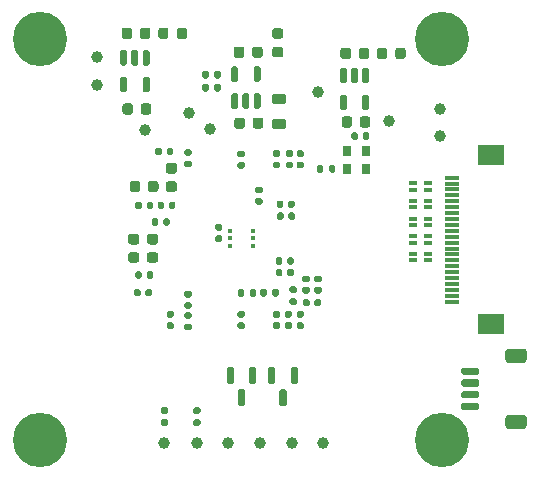
<source format=gbr>
%TF.GenerationSoftware,KiCad,Pcbnew,(6.0.9)*%
%TF.CreationDate,2023-03-19T17:38:48-07:00*%
%TF.ProjectId,OneInchEye,4f6e6549-6e63-4684-9579-652e6b696361,rev?*%
%TF.SameCoordinates,Original*%
%TF.FileFunction,Soldermask,Top*%
%TF.FilePolarity,Negative*%
%FSLAX46Y46*%
G04 Gerber Fmt 4.6, Leading zero omitted, Abs format (unit mm)*
G04 Created by KiCad (PCBNEW (6.0.9)) date 2023-03-19 17:38:48*
%MOMM*%
%LPD*%
G01*
G04 APERTURE LIST*
%ADD10R,0.700000X0.300000*%
%ADD11C,1.000000*%
%ADD12C,4.600000*%
%ADD13R,1.300000X0.300000*%
%ADD14R,2.200000X1.800000*%
%ADD15R,0.650000X0.850000*%
%ADD16R,0.449999X0.299999*%
G04 APERTURE END LIST*
G36*
G01*
X151730000Y-109402500D02*
X152070000Y-109402500D01*
G75*
G02*
X152210000Y-109542500I0J-140000D01*
G01*
X152210000Y-109822500D01*
G75*
G02*
X152070000Y-109962500I-140000J0D01*
G01*
X151730000Y-109962500D01*
G75*
G02*
X151590000Y-109822500I0J140000D01*
G01*
X151590000Y-109542500D01*
G75*
G02*
X151730000Y-109402500I140000J0D01*
G01*
G37*
G36*
G01*
X151730000Y-110362500D02*
X152070000Y-110362500D01*
G75*
G02*
X152210000Y-110502500I0J-140000D01*
G01*
X152210000Y-110782500D01*
G75*
G02*
X152070000Y-110922500I-140000J0D01*
G01*
X151730000Y-110922500D01*
G75*
G02*
X151590000Y-110782500I0J140000D01*
G01*
X151590000Y-110502500D01*
G75*
G02*
X151730000Y-110362500I140000J0D01*
G01*
G37*
D10*
X161475000Y-98575000D03*
X162725000Y-98575000D03*
X162725000Y-99125000D03*
X161475000Y-99125000D03*
G36*
G01*
X146325000Y-93750000D02*
X146325000Y-93250000D01*
G75*
G02*
X146550000Y-93025000I225000J0D01*
G01*
X147000000Y-93025000D01*
G75*
G02*
X147225000Y-93250000I0J-225000D01*
G01*
X147225000Y-93750000D01*
G75*
G02*
X147000000Y-93975000I-225000J0D01*
G01*
X146550000Y-93975000D01*
G75*
G02*
X146325000Y-93750000I0J225000D01*
G01*
G37*
G36*
G01*
X147875000Y-93750000D02*
X147875000Y-93250000D01*
G75*
G02*
X148100000Y-93025000I225000J0D01*
G01*
X148550000Y-93025000D01*
G75*
G02*
X148775000Y-93250000I0J-225000D01*
G01*
X148775000Y-93750000D01*
G75*
G02*
X148550000Y-93975000I-225000J0D01*
G01*
X148100000Y-93975000D01*
G75*
G02*
X147875000Y-93750000I0J225000D01*
G01*
G37*
G36*
G01*
X149730000Y-109402500D02*
X150070000Y-109402500D01*
G75*
G02*
X150210000Y-109542500I0J-140000D01*
G01*
X150210000Y-109822500D01*
G75*
G02*
X150070000Y-109962500I-140000J0D01*
G01*
X149730000Y-109962500D01*
G75*
G02*
X149590000Y-109822500I0J140000D01*
G01*
X149590000Y-109542500D01*
G75*
G02*
X149730000Y-109402500I140000J0D01*
G01*
G37*
G36*
G01*
X149730000Y-110362500D02*
X150070000Y-110362500D01*
G75*
G02*
X150210000Y-110502500I0J-140000D01*
G01*
X150210000Y-110782500D01*
G75*
G02*
X150070000Y-110922500I-140000J0D01*
G01*
X149730000Y-110922500D01*
G75*
G02*
X149590000Y-110782500I0J140000D01*
G01*
X149590000Y-110502500D01*
G75*
G02*
X149730000Y-110362500I140000J0D01*
G01*
G37*
G36*
G01*
X151360000Y-105992500D02*
X151360000Y-106332500D01*
G75*
G02*
X151220000Y-106472500I-140000J0D01*
G01*
X150940000Y-106472500D01*
G75*
G02*
X150800000Y-106332500I0J140000D01*
G01*
X150800000Y-105992500D01*
G75*
G02*
X150940000Y-105852500I140000J0D01*
G01*
X151220000Y-105852500D01*
G75*
G02*
X151360000Y-105992500I0J-140000D01*
G01*
G37*
G36*
G01*
X150400000Y-105992500D02*
X150400000Y-106332500D01*
G75*
G02*
X150260000Y-106472500I-140000J0D01*
G01*
X149980000Y-106472500D01*
G75*
G02*
X149840000Y-106332500I0J140000D01*
G01*
X149840000Y-105992500D01*
G75*
G02*
X149980000Y-105852500I140000J0D01*
G01*
X150260000Y-105852500D01*
G75*
G02*
X150400000Y-105992500I0J-140000D01*
G01*
G37*
G36*
G01*
X157760000Y-94430000D02*
X157760000Y-94770000D01*
G75*
G02*
X157620000Y-94910000I-140000J0D01*
G01*
X157340000Y-94910000D01*
G75*
G02*
X157200000Y-94770000I0J140000D01*
G01*
X157200000Y-94430000D01*
G75*
G02*
X157340000Y-94290000I140000J0D01*
G01*
X157620000Y-94290000D01*
G75*
G02*
X157760000Y-94430000I0J-140000D01*
G01*
G37*
G36*
G01*
X156800000Y-94430000D02*
X156800000Y-94770000D01*
G75*
G02*
X156660000Y-94910000I-140000J0D01*
G01*
X156380000Y-94910000D01*
G75*
G02*
X156240000Y-94770000I0J140000D01*
G01*
X156240000Y-94430000D01*
G75*
G02*
X156380000Y-94290000I140000J0D01*
G01*
X156660000Y-94290000D01*
G75*
G02*
X156800000Y-94430000I0J-140000D01*
G01*
G37*
D11*
X142500000Y-92600000D03*
G36*
G01*
X145180000Y-89215000D02*
X145180000Y-89585000D01*
G75*
G02*
X145045000Y-89720000I-135000J0D01*
G01*
X144775000Y-89720000D01*
G75*
G02*
X144640000Y-89585000I0J135000D01*
G01*
X144640000Y-89215000D01*
G75*
G02*
X144775000Y-89080000I135000J0D01*
G01*
X145045000Y-89080000D01*
G75*
G02*
X145180000Y-89215000I0J-135000D01*
G01*
G37*
G36*
G01*
X144160000Y-89215000D02*
X144160000Y-89585000D01*
G75*
G02*
X144025000Y-89720000I-135000J0D01*
G01*
X143755000Y-89720000D01*
G75*
G02*
X143620000Y-89585000I0J135000D01*
G01*
X143620000Y-89215000D01*
G75*
G02*
X143755000Y-89080000I135000J0D01*
G01*
X144025000Y-89080000D01*
G75*
G02*
X144160000Y-89215000I0J-135000D01*
G01*
G37*
G36*
G01*
X140730000Y-109402500D02*
X141070000Y-109402500D01*
G75*
G02*
X141210000Y-109542500I0J-140000D01*
G01*
X141210000Y-109822500D01*
G75*
G02*
X141070000Y-109962500I-140000J0D01*
G01*
X140730000Y-109962500D01*
G75*
G02*
X140590000Y-109822500I0J140000D01*
G01*
X140590000Y-109542500D01*
G75*
G02*
X140730000Y-109402500I140000J0D01*
G01*
G37*
G36*
G01*
X140730000Y-110362500D02*
X141070000Y-110362500D01*
G75*
G02*
X141210000Y-110502500I0J-140000D01*
G01*
X141210000Y-110782500D01*
G75*
G02*
X141070000Y-110922500I-140000J0D01*
G01*
X140730000Y-110922500D01*
G75*
G02*
X140590000Y-110782500I0J140000D01*
G01*
X140590000Y-110502500D01*
G75*
G02*
X140730000Y-110362500I140000J0D01*
G01*
G37*
D10*
X161475000Y-103075000D03*
X162725000Y-103075000D03*
X162725000Y-103625000D03*
X161475000Y-103625000D03*
X161475000Y-104575000D03*
X162725000Y-104575000D03*
X162725000Y-105125000D03*
X161475000Y-105125000D03*
D12*
X129900000Y-86362500D03*
G36*
G01*
X153570000Y-107922500D02*
X153230000Y-107922500D01*
G75*
G02*
X153090000Y-107782500I0J140000D01*
G01*
X153090000Y-107502500D01*
G75*
G02*
X153230000Y-107362500I140000J0D01*
G01*
X153570000Y-107362500D01*
G75*
G02*
X153710000Y-107502500I0J-140000D01*
G01*
X153710000Y-107782500D01*
G75*
G02*
X153570000Y-107922500I-140000J0D01*
G01*
G37*
G36*
G01*
X153570000Y-106962500D02*
X153230000Y-106962500D01*
G75*
G02*
X153090000Y-106822500I0J140000D01*
G01*
X153090000Y-106542500D01*
G75*
G02*
X153230000Y-106402500I140000J0D01*
G01*
X153570000Y-106402500D01*
G75*
G02*
X153710000Y-106542500I0J-140000D01*
G01*
X153710000Y-106822500D01*
G75*
G02*
X153570000Y-106962500I-140000J0D01*
G01*
G37*
G36*
G01*
X142230000Y-109502500D02*
X142570000Y-109502500D01*
G75*
G02*
X142710000Y-109642500I0J-140000D01*
G01*
X142710000Y-109922500D01*
G75*
G02*
X142570000Y-110062500I-140000J0D01*
G01*
X142230000Y-110062500D01*
G75*
G02*
X142090000Y-109922500I0J140000D01*
G01*
X142090000Y-109642500D01*
G75*
G02*
X142230000Y-109502500I140000J0D01*
G01*
G37*
G36*
G01*
X142230000Y-110462500D02*
X142570000Y-110462500D01*
G75*
G02*
X142710000Y-110602500I0J-140000D01*
G01*
X142710000Y-110882500D01*
G75*
G02*
X142570000Y-111022500I-140000J0D01*
G01*
X142230000Y-111022500D01*
G75*
G02*
X142090000Y-110882500I0J140000D01*
G01*
X142090000Y-110602500D01*
G75*
G02*
X142230000Y-110462500I140000J0D01*
G01*
G37*
G36*
G01*
X139300000Y-92050000D02*
X139300000Y-92550000D01*
G75*
G02*
X139075000Y-92775000I-225000J0D01*
G01*
X138625000Y-92775000D01*
G75*
G02*
X138400000Y-92550000I0J225000D01*
G01*
X138400000Y-92050000D01*
G75*
G02*
X138625000Y-91825000I225000J0D01*
G01*
X139075000Y-91825000D01*
G75*
G02*
X139300000Y-92050000I0J-225000D01*
G01*
G37*
G36*
G01*
X137750000Y-92050000D02*
X137750000Y-92550000D01*
G75*
G02*
X137525000Y-92775000I-225000J0D01*
G01*
X137075000Y-92775000D01*
G75*
G02*
X136850000Y-92550000I0J225000D01*
G01*
X136850000Y-92050000D01*
G75*
G02*
X137075000Y-91825000I225000J0D01*
G01*
X137525000Y-91825000D01*
G75*
G02*
X137750000Y-92050000I0J-225000D01*
G01*
G37*
G36*
G01*
X148725000Y-87250000D02*
X148725000Y-87750000D01*
G75*
G02*
X148500000Y-87975000I-225000J0D01*
G01*
X148050000Y-87975000D01*
G75*
G02*
X147825000Y-87750000I0J225000D01*
G01*
X147825000Y-87250000D01*
G75*
G02*
X148050000Y-87025000I225000J0D01*
G01*
X148500000Y-87025000D01*
G75*
G02*
X148725000Y-87250000I0J-225000D01*
G01*
G37*
G36*
G01*
X147175000Y-87250000D02*
X147175000Y-87750000D01*
G75*
G02*
X146950000Y-87975000I-225000J0D01*
G01*
X146500000Y-87975000D01*
G75*
G02*
X146275000Y-87750000I0J225000D01*
G01*
X146275000Y-87250000D01*
G75*
G02*
X146500000Y-87025000I225000J0D01*
G01*
X146950000Y-87025000D01*
G75*
G02*
X147175000Y-87250000I0J-225000D01*
G01*
G37*
X163900000Y-86362500D03*
G36*
G01*
X151243750Y-114125000D02*
X151543750Y-114125000D01*
G75*
G02*
X151693750Y-114275000I0J-150000D01*
G01*
X151693750Y-115450000D01*
G75*
G02*
X151543750Y-115600000I-150000J0D01*
G01*
X151243750Y-115600000D01*
G75*
G02*
X151093750Y-115450000I0J150000D01*
G01*
X151093750Y-114275000D01*
G75*
G02*
X151243750Y-114125000I150000J0D01*
G01*
G37*
G36*
G01*
X149343750Y-114125000D02*
X149643750Y-114125000D01*
G75*
G02*
X149793750Y-114275000I0J-150000D01*
G01*
X149793750Y-115450000D01*
G75*
G02*
X149643750Y-115600000I-150000J0D01*
G01*
X149343750Y-115600000D01*
G75*
G02*
X149193750Y-115450000I0J150000D01*
G01*
X149193750Y-114275000D01*
G75*
G02*
X149343750Y-114125000I150000J0D01*
G01*
G37*
G36*
G01*
X150293750Y-116000000D02*
X150593750Y-116000000D01*
G75*
G02*
X150743750Y-116150000I0J-150000D01*
G01*
X150743750Y-117325000D01*
G75*
G02*
X150593750Y-117475000I-150000J0D01*
G01*
X150293750Y-117475000D01*
G75*
G02*
X150143750Y-117325000I0J150000D01*
G01*
X150143750Y-116150000D01*
G75*
G02*
X150293750Y-116000000I150000J0D01*
G01*
G37*
G36*
G01*
X152570000Y-107922500D02*
X152230000Y-107922500D01*
G75*
G02*
X152090000Y-107782500I0J140000D01*
G01*
X152090000Y-107502500D01*
G75*
G02*
X152230000Y-107362500I140000J0D01*
G01*
X152570000Y-107362500D01*
G75*
G02*
X152710000Y-107502500I0J-140000D01*
G01*
X152710000Y-107782500D01*
G75*
G02*
X152570000Y-107922500I-140000J0D01*
G01*
G37*
G36*
G01*
X152570000Y-106962500D02*
X152230000Y-106962500D01*
G75*
G02*
X152090000Y-106822500I0J140000D01*
G01*
X152090000Y-106542500D01*
G75*
G02*
X152230000Y-106402500I140000J0D01*
G01*
X152570000Y-106402500D01*
G75*
G02*
X152710000Y-106542500I0J-140000D01*
G01*
X152710000Y-106822500D01*
G75*
G02*
X152570000Y-106962500I-140000J0D01*
G01*
G37*
G36*
G01*
X139460000Y-100292500D02*
X139460000Y-100632500D01*
G75*
G02*
X139320000Y-100772500I-140000J0D01*
G01*
X139040000Y-100772500D01*
G75*
G02*
X138900000Y-100632500I0J140000D01*
G01*
X138900000Y-100292500D01*
G75*
G02*
X139040000Y-100152500I140000J0D01*
G01*
X139320000Y-100152500D01*
G75*
G02*
X139460000Y-100292500I0J-140000D01*
G01*
G37*
G36*
G01*
X138500000Y-100292500D02*
X138500000Y-100632500D01*
G75*
G02*
X138360000Y-100772500I-140000J0D01*
G01*
X138080000Y-100772500D01*
G75*
G02*
X137940000Y-100632500I0J140000D01*
G01*
X137940000Y-100292500D01*
G75*
G02*
X138080000Y-100152500I140000J0D01*
G01*
X138360000Y-100152500D01*
G75*
G02*
X138500000Y-100292500I0J-140000D01*
G01*
G37*
D11*
X148466666Y-120600000D03*
X143133334Y-120600000D03*
G36*
G01*
X157300000Y-88800000D02*
X157600000Y-88800000D01*
G75*
G02*
X157750000Y-88950000I0J-150000D01*
G01*
X157750000Y-89975000D01*
G75*
G02*
X157600000Y-90125000I-150000J0D01*
G01*
X157300000Y-90125000D01*
G75*
G02*
X157150000Y-89975000I0J150000D01*
G01*
X157150000Y-88950000D01*
G75*
G02*
X157300000Y-88800000I150000J0D01*
G01*
G37*
G36*
G01*
X156350000Y-88800000D02*
X156650000Y-88800000D01*
G75*
G02*
X156800000Y-88950000I0J-150000D01*
G01*
X156800000Y-89975000D01*
G75*
G02*
X156650000Y-90125000I-150000J0D01*
G01*
X156350000Y-90125000D01*
G75*
G02*
X156200000Y-89975000I0J150000D01*
G01*
X156200000Y-88950000D01*
G75*
G02*
X156350000Y-88800000I150000J0D01*
G01*
G37*
G36*
G01*
X155400000Y-88800000D02*
X155700000Y-88800000D01*
G75*
G02*
X155850000Y-88950000I0J-150000D01*
G01*
X155850000Y-89975000D01*
G75*
G02*
X155700000Y-90125000I-150000J0D01*
G01*
X155400000Y-90125000D01*
G75*
G02*
X155250000Y-89975000I0J150000D01*
G01*
X155250000Y-88950000D01*
G75*
G02*
X155400000Y-88800000I150000J0D01*
G01*
G37*
G36*
G01*
X155400000Y-91075000D02*
X155700000Y-91075000D01*
G75*
G02*
X155850000Y-91225000I0J-150000D01*
G01*
X155850000Y-92250000D01*
G75*
G02*
X155700000Y-92400000I-150000J0D01*
G01*
X155400000Y-92400000D01*
G75*
G02*
X155250000Y-92250000I0J150000D01*
G01*
X155250000Y-91225000D01*
G75*
G02*
X155400000Y-91075000I150000J0D01*
G01*
G37*
G36*
G01*
X157300000Y-91075000D02*
X157600000Y-91075000D01*
G75*
G02*
X157750000Y-91225000I0J-150000D01*
G01*
X157750000Y-92250000D01*
G75*
G02*
X157600000Y-92400000I-150000J0D01*
G01*
X157300000Y-92400000D01*
G75*
G02*
X157150000Y-92250000I0J150000D01*
G01*
X157150000Y-91225000D01*
G75*
G02*
X157300000Y-91075000I150000J0D01*
G01*
G37*
D13*
X164787500Y-108612500D03*
X164787500Y-108112500D03*
X164787500Y-107612500D03*
X164787500Y-107112500D03*
X164787500Y-106612500D03*
X164787500Y-106112500D03*
X164787500Y-105612500D03*
X164787500Y-105112500D03*
X164787500Y-104612500D03*
X164787500Y-104112500D03*
X164787500Y-103612500D03*
X164787500Y-103112500D03*
X164787500Y-102612500D03*
X164787500Y-102112500D03*
X164787500Y-101612500D03*
X164787500Y-101112500D03*
X164787500Y-100612500D03*
X164787500Y-100112500D03*
X164787500Y-99612500D03*
X164787500Y-99112500D03*
X164787500Y-98612500D03*
X164787500Y-98112500D03*
D14*
X168037500Y-110512500D03*
X168037500Y-96212500D03*
G36*
G01*
X138700000Y-87300000D02*
X139000000Y-87300000D01*
G75*
G02*
X139150000Y-87450000I0J-150000D01*
G01*
X139150000Y-88475000D01*
G75*
G02*
X139000000Y-88625000I-150000J0D01*
G01*
X138700000Y-88625000D01*
G75*
G02*
X138550000Y-88475000I0J150000D01*
G01*
X138550000Y-87450000D01*
G75*
G02*
X138700000Y-87300000I150000J0D01*
G01*
G37*
G36*
G01*
X137750000Y-87300000D02*
X138050000Y-87300000D01*
G75*
G02*
X138200000Y-87450000I0J-150000D01*
G01*
X138200000Y-88475000D01*
G75*
G02*
X138050000Y-88625000I-150000J0D01*
G01*
X137750000Y-88625000D01*
G75*
G02*
X137600000Y-88475000I0J150000D01*
G01*
X137600000Y-87450000D01*
G75*
G02*
X137750000Y-87300000I150000J0D01*
G01*
G37*
G36*
G01*
X136800000Y-87300000D02*
X137100000Y-87300000D01*
G75*
G02*
X137250000Y-87450000I0J-150000D01*
G01*
X137250000Y-88475000D01*
G75*
G02*
X137100000Y-88625000I-150000J0D01*
G01*
X136800000Y-88625000D01*
G75*
G02*
X136650000Y-88475000I0J150000D01*
G01*
X136650000Y-87450000D01*
G75*
G02*
X136800000Y-87300000I150000J0D01*
G01*
G37*
G36*
G01*
X136800000Y-89575000D02*
X137100000Y-89575000D01*
G75*
G02*
X137250000Y-89725000I0J-150000D01*
G01*
X137250000Y-90750000D01*
G75*
G02*
X137100000Y-90900000I-150000J0D01*
G01*
X136800000Y-90900000D01*
G75*
G02*
X136650000Y-90750000I0J150000D01*
G01*
X136650000Y-89725000D01*
G75*
G02*
X136800000Y-89575000I150000J0D01*
G01*
G37*
G36*
G01*
X138700000Y-89575000D02*
X139000000Y-89575000D01*
G75*
G02*
X139150000Y-89725000I0J-150000D01*
G01*
X139150000Y-90750000D01*
G75*
G02*
X139000000Y-90900000I-150000J0D01*
G01*
X138700000Y-90900000D01*
G75*
G02*
X138550000Y-90750000I0J150000D01*
G01*
X138550000Y-89725000D01*
G75*
G02*
X138700000Y-89575000I150000J0D01*
G01*
G37*
G36*
G01*
X166925000Y-117800000D02*
X165675000Y-117800000D01*
G75*
G02*
X165525000Y-117650000I0J150000D01*
G01*
X165525000Y-117350000D01*
G75*
G02*
X165675000Y-117200000I150000J0D01*
G01*
X166925000Y-117200000D01*
G75*
G02*
X167075000Y-117350000I0J-150000D01*
G01*
X167075000Y-117650000D01*
G75*
G02*
X166925000Y-117800000I-150000J0D01*
G01*
G37*
G36*
G01*
X166925000Y-116800000D02*
X165675000Y-116800000D01*
G75*
G02*
X165525000Y-116650000I0J150000D01*
G01*
X165525000Y-116350000D01*
G75*
G02*
X165675000Y-116200000I150000J0D01*
G01*
X166925000Y-116200000D01*
G75*
G02*
X167075000Y-116350000I0J-150000D01*
G01*
X167075000Y-116650000D01*
G75*
G02*
X166925000Y-116800000I-150000J0D01*
G01*
G37*
G36*
G01*
X166925000Y-115800000D02*
X165675000Y-115800000D01*
G75*
G02*
X165525000Y-115650000I0J150000D01*
G01*
X165525000Y-115350000D01*
G75*
G02*
X165675000Y-115200000I150000J0D01*
G01*
X166925000Y-115200000D01*
G75*
G02*
X167075000Y-115350000I0J-150000D01*
G01*
X167075000Y-115650000D01*
G75*
G02*
X166925000Y-115800000I-150000J0D01*
G01*
G37*
G36*
G01*
X166925000Y-114800000D02*
X165675000Y-114800000D01*
G75*
G02*
X165525000Y-114650000I0J150000D01*
G01*
X165525000Y-114350000D01*
G75*
G02*
X165675000Y-114200000I150000J0D01*
G01*
X166925000Y-114200000D01*
G75*
G02*
X167075000Y-114350000I0J-150000D01*
G01*
X167075000Y-114650000D01*
G75*
G02*
X166925000Y-114800000I-150000J0D01*
G01*
G37*
G36*
G01*
X170825000Y-113800000D02*
X169525000Y-113800000D01*
G75*
G02*
X169275000Y-113550000I0J250000D01*
G01*
X169275000Y-112850000D01*
G75*
G02*
X169525000Y-112600000I250000J0D01*
G01*
X170825000Y-112600000D01*
G75*
G02*
X171075000Y-112850000I0J-250000D01*
G01*
X171075000Y-113550000D01*
G75*
G02*
X170825000Y-113800000I-250000J0D01*
G01*
G37*
G36*
G01*
X170825000Y-119400000D02*
X169525000Y-119400000D01*
G75*
G02*
X169275000Y-119150000I0J250000D01*
G01*
X169275000Y-118450000D01*
G75*
G02*
X169525000Y-118200000I250000J0D01*
G01*
X170825000Y-118200000D01*
G75*
G02*
X171075000Y-118450000I0J-250000D01*
G01*
X171075000Y-119150000D01*
G75*
G02*
X170825000Y-119400000I-250000J0D01*
G01*
G37*
G36*
G01*
X151485000Y-108880000D02*
X151115000Y-108880000D01*
G75*
G02*
X150980000Y-108745000I0J135000D01*
G01*
X150980000Y-108475000D01*
G75*
G02*
X151115000Y-108340000I135000J0D01*
G01*
X151485000Y-108340000D01*
G75*
G02*
X151620000Y-108475000I0J-135000D01*
G01*
X151620000Y-108745000D01*
G75*
G02*
X151485000Y-108880000I-135000J0D01*
G01*
G37*
G36*
G01*
X151485000Y-107860000D02*
X151115000Y-107860000D01*
G75*
G02*
X150980000Y-107725000I0J135000D01*
G01*
X150980000Y-107455000D01*
G75*
G02*
X151115000Y-107320000I135000J0D01*
G01*
X151485000Y-107320000D01*
G75*
G02*
X151620000Y-107455000I0J-135000D01*
G01*
X151620000Y-107725000D01*
G75*
G02*
X151485000Y-107860000I-135000J0D01*
G01*
G37*
D11*
X151200002Y-120600000D03*
G36*
G01*
X142325000Y-85643750D02*
X142325000Y-86156250D01*
G75*
G02*
X142106250Y-86375000I-218750J0D01*
G01*
X141668750Y-86375000D01*
G75*
G02*
X141450000Y-86156250I0J218750D01*
G01*
X141450000Y-85643750D01*
G75*
G02*
X141668750Y-85425000I218750J0D01*
G01*
X142106250Y-85425000D01*
G75*
G02*
X142325000Y-85643750I0J-218750D01*
G01*
G37*
G36*
G01*
X140750000Y-85643750D02*
X140750000Y-86156250D01*
G75*
G02*
X140531250Y-86375000I-218750J0D01*
G01*
X140093750Y-86375000D01*
G75*
G02*
X139875000Y-86156250I0J218750D01*
G01*
X139875000Y-85643750D01*
G75*
G02*
X140093750Y-85425000I218750J0D01*
G01*
X140531250Y-85425000D01*
G75*
G02*
X140750000Y-85643750I0J-218750D01*
G01*
G37*
G36*
G01*
X151170000Y-97322500D02*
X150830000Y-97322500D01*
G75*
G02*
X150690000Y-97182500I0J140000D01*
G01*
X150690000Y-96902500D01*
G75*
G02*
X150830000Y-96762500I140000J0D01*
G01*
X151170000Y-96762500D01*
G75*
G02*
X151310000Y-96902500I0J-140000D01*
G01*
X151310000Y-97182500D01*
G75*
G02*
X151170000Y-97322500I-140000J0D01*
G01*
G37*
G36*
G01*
X151170000Y-96362500D02*
X150830000Y-96362500D01*
G75*
G02*
X150690000Y-96222500I0J140000D01*
G01*
X150690000Y-95942500D01*
G75*
G02*
X150830000Y-95802500I140000J0D01*
G01*
X151170000Y-95802500D01*
G75*
G02*
X151310000Y-95942500I0J-140000D01*
G01*
X151310000Y-96222500D01*
G75*
G02*
X151170000Y-96362500I-140000J0D01*
G01*
G37*
G36*
G01*
X142570000Y-97222500D02*
X142230000Y-97222500D01*
G75*
G02*
X142090000Y-97082500I0J140000D01*
G01*
X142090000Y-96802500D01*
G75*
G02*
X142230000Y-96662500I140000J0D01*
G01*
X142570000Y-96662500D01*
G75*
G02*
X142710000Y-96802500I0J-140000D01*
G01*
X142710000Y-97082500D01*
G75*
G02*
X142570000Y-97222500I-140000J0D01*
G01*
G37*
G36*
G01*
X142570000Y-96262500D02*
X142230000Y-96262500D01*
G75*
G02*
X142090000Y-96122500I0J140000D01*
G01*
X142090000Y-95842500D01*
G75*
G02*
X142230000Y-95702500I140000J0D01*
G01*
X142570000Y-95702500D01*
G75*
G02*
X142710000Y-95842500I0J-140000D01*
G01*
X142710000Y-96122500D01*
G75*
G02*
X142570000Y-96262500I-140000J0D01*
G01*
G37*
G36*
G01*
X150256250Y-87925000D02*
X149743750Y-87925000D01*
G75*
G02*
X149525000Y-87706250I0J218750D01*
G01*
X149525000Y-87268750D01*
G75*
G02*
X149743750Y-87050000I218750J0D01*
G01*
X150256250Y-87050000D01*
G75*
G02*
X150475000Y-87268750I0J-218750D01*
G01*
X150475000Y-87706250D01*
G75*
G02*
X150256250Y-87925000I-218750J0D01*
G01*
G37*
G36*
G01*
X150256250Y-86350000D02*
X149743750Y-86350000D01*
G75*
G02*
X149525000Y-86131250I0J218750D01*
G01*
X149525000Y-85693750D01*
G75*
G02*
X149743750Y-85475000I218750J0D01*
G01*
X150256250Y-85475000D01*
G75*
G02*
X150475000Y-85693750I0J-218750D01*
G01*
X150475000Y-86131250D01*
G75*
G02*
X150256250Y-86350000I-218750J0D01*
G01*
G37*
G36*
G01*
X143620000Y-90685000D02*
X143620000Y-90315000D01*
G75*
G02*
X143755000Y-90180000I135000J0D01*
G01*
X144025000Y-90180000D01*
G75*
G02*
X144160000Y-90315000I0J-135000D01*
G01*
X144160000Y-90685000D01*
G75*
G02*
X144025000Y-90820000I-135000J0D01*
G01*
X143755000Y-90820000D01*
G75*
G02*
X143620000Y-90685000I0J135000D01*
G01*
G37*
G36*
G01*
X144640000Y-90685000D02*
X144640000Y-90315000D01*
G75*
G02*
X144775000Y-90180000I135000J0D01*
G01*
X145045000Y-90180000D01*
G75*
G02*
X145180000Y-90315000I0J-135000D01*
G01*
X145180000Y-90685000D01*
G75*
G02*
X145045000Y-90820000I-135000J0D01*
G01*
X144775000Y-90820000D01*
G75*
G02*
X144640000Y-90685000I0J135000D01*
G01*
G37*
X140400002Y-120600000D03*
G36*
G01*
X153320000Y-97547500D02*
X153320000Y-97177500D01*
G75*
G02*
X153455000Y-97042500I135000J0D01*
G01*
X153725000Y-97042500D01*
G75*
G02*
X153860000Y-97177500I0J-135000D01*
G01*
X153860000Y-97547500D01*
G75*
G02*
X153725000Y-97682500I-135000J0D01*
G01*
X153455000Y-97682500D01*
G75*
G02*
X153320000Y-97547500I0J135000D01*
G01*
G37*
G36*
G01*
X154340000Y-97547500D02*
X154340000Y-97177500D01*
G75*
G02*
X154475000Y-97042500I135000J0D01*
G01*
X154745000Y-97042500D01*
G75*
G02*
X154880000Y-97177500I0J-135000D01*
G01*
X154880000Y-97547500D01*
G75*
G02*
X154745000Y-97682500I-135000J0D01*
G01*
X154475000Y-97682500D01*
G75*
G02*
X154340000Y-97547500I0J135000D01*
G01*
G37*
X163700000Y-94600000D03*
G36*
G01*
X149718750Y-91000000D02*
X150481250Y-91000000D01*
G75*
G02*
X150700000Y-91218750I0J-218750D01*
G01*
X150700000Y-91656250D01*
G75*
G02*
X150481250Y-91875000I-218750J0D01*
G01*
X149718750Y-91875000D01*
G75*
G02*
X149500000Y-91656250I0J218750D01*
G01*
X149500000Y-91218750D01*
G75*
G02*
X149718750Y-91000000I218750J0D01*
G01*
G37*
G36*
G01*
X149718750Y-93125000D02*
X150481250Y-93125000D01*
G75*
G02*
X150700000Y-93343750I0J-218750D01*
G01*
X150700000Y-93781250D01*
G75*
G02*
X150481250Y-94000000I-218750J0D01*
G01*
X149718750Y-94000000D01*
G75*
G02*
X149500000Y-93781250I0J218750D01*
G01*
X149500000Y-93343750D01*
G75*
G02*
X149718750Y-93125000I218750J0D01*
G01*
G37*
G36*
G01*
X136775000Y-86150000D02*
X136775000Y-85650000D01*
G75*
G02*
X137000000Y-85425000I225000J0D01*
G01*
X137450000Y-85425000D01*
G75*
G02*
X137675000Y-85650000I0J-225000D01*
G01*
X137675000Y-86150000D01*
G75*
G02*
X137450000Y-86375000I-225000J0D01*
G01*
X137000000Y-86375000D01*
G75*
G02*
X136775000Y-86150000I0J225000D01*
G01*
G37*
G36*
G01*
X138325000Y-86150000D02*
X138325000Y-85650000D01*
G75*
G02*
X138550000Y-85425000I225000J0D01*
G01*
X139000000Y-85425000D01*
G75*
G02*
X139225000Y-85650000I0J-225000D01*
G01*
X139225000Y-86150000D01*
G75*
G02*
X139000000Y-86375000I-225000J0D01*
G01*
X138550000Y-86375000D01*
G75*
G02*
X138325000Y-86150000I0J225000D01*
G01*
G37*
G36*
G01*
X147070000Y-97342500D02*
X146730000Y-97342500D01*
G75*
G02*
X146590000Y-97202500I0J140000D01*
G01*
X146590000Y-96922500D01*
G75*
G02*
X146730000Y-96782500I140000J0D01*
G01*
X147070000Y-96782500D01*
G75*
G02*
X147210000Y-96922500I0J-140000D01*
G01*
X147210000Y-97202500D01*
G75*
G02*
X147070000Y-97342500I-140000J0D01*
G01*
G37*
G36*
G01*
X147070000Y-96382500D02*
X146730000Y-96382500D01*
G75*
G02*
X146590000Y-96242500I0J140000D01*
G01*
X146590000Y-95962500D01*
G75*
G02*
X146730000Y-95822500I140000J0D01*
G01*
X147070000Y-95822500D01*
G75*
G02*
X147210000Y-95962500I0J-140000D01*
G01*
X147210000Y-96242500D01*
G75*
G02*
X147070000Y-96382500I-140000J0D01*
G01*
G37*
X163700000Y-92300000D03*
G36*
G01*
X139360000Y-107692500D02*
X139360000Y-108032500D01*
G75*
G02*
X139220000Y-108172500I-140000J0D01*
G01*
X138940000Y-108172500D01*
G75*
G02*
X138800000Y-108032500I0J140000D01*
G01*
X138800000Y-107692500D01*
G75*
G02*
X138940000Y-107552500I140000J0D01*
G01*
X139220000Y-107552500D01*
G75*
G02*
X139360000Y-107692500I0J-140000D01*
G01*
G37*
G36*
G01*
X138400000Y-107692500D02*
X138400000Y-108032500D01*
G75*
G02*
X138260000Y-108172500I-140000J0D01*
G01*
X137980000Y-108172500D01*
G75*
G02*
X137840000Y-108032500I0J140000D01*
G01*
X137840000Y-107692500D01*
G75*
G02*
X137980000Y-107552500I140000J0D01*
G01*
X138260000Y-107552500D01*
G75*
G02*
X138400000Y-107692500I0J-140000D01*
G01*
G37*
G36*
G01*
X139640000Y-96070000D02*
X139640000Y-95730000D01*
G75*
G02*
X139780000Y-95590000I140000J0D01*
G01*
X140060000Y-95590000D01*
G75*
G02*
X140200000Y-95730000I0J-140000D01*
G01*
X140200000Y-96070000D01*
G75*
G02*
X140060000Y-96210000I-140000J0D01*
G01*
X139780000Y-96210000D01*
G75*
G02*
X139640000Y-96070000I0J140000D01*
G01*
G37*
G36*
G01*
X140600000Y-96070000D02*
X140600000Y-95730000D01*
G75*
G02*
X140740000Y-95590000I140000J0D01*
G01*
X141020000Y-95590000D01*
G75*
G02*
X141160000Y-95730000I0J-140000D01*
G01*
X141160000Y-96070000D01*
G75*
G02*
X141020000Y-96210000I-140000J0D01*
G01*
X140740000Y-96210000D01*
G75*
G02*
X140600000Y-96070000I0J140000D01*
G01*
G37*
G36*
G01*
X142965000Y-117570000D02*
X143335000Y-117570000D01*
G75*
G02*
X143470000Y-117705000I0J-135000D01*
G01*
X143470000Y-117975000D01*
G75*
G02*
X143335000Y-118110000I-135000J0D01*
G01*
X142965000Y-118110000D01*
G75*
G02*
X142830000Y-117975000I0J135000D01*
G01*
X142830000Y-117705000D01*
G75*
G02*
X142965000Y-117570000I135000J0D01*
G01*
G37*
G36*
G01*
X142965000Y-118590000D02*
X143335000Y-118590000D01*
G75*
G02*
X143470000Y-118725000I0J-135000D01*
G01*
X143470000Y-118995000D01*
G75*
G02*
X143335000Y-119130000I-135000J0D01*
G01*
X142965000Y-119130000D01*
G75*
G02*
X142830000Y-118995000I0J135000D01*
G01*
X142830000Y-118725000D01*
G75*
G02*
X142965000Y-118590000I135000J0D01*
G01*
G37*
X138800000Y-94100000D03*
D10*
X161475000Y-100075000D03*
X162725000Y-100075000D03*
X162725000Y-100625000D03*
X161475000Y-100625000D03*
G36*
G01*
X138050000Y-105325000D02*
X137550000Y-105325000D01*
G75*
G02*
X137325000Y-105100000I0J225000D01*
G01*
X137325000Y-104650000D01*
G75*
G02*
X137550000Y-104425000I225000J0D01*
G01*
X138050000Y-104425000D01*
G75*
G02*
X138275000Y-104650000I0J-225000D01*
G01*
X138275000Y-105100000D01*
G75*
G02*
X138050000Y-105325000I-225000J0D01*
G01*
G37*
G36*
G01*
X138050000Y-103775000D02*
X137550000Y-103775000D01*
G75*
G02*
X137325000Y-103550000I0J225000D01*
G01*
X137325000Y-103100000D01*
G75*
G02*
X137550000Y-102875000I225000J0D01*
G01*
X138050000Y-102875000D01*
G75*
G02*
X138275000Y-103100000I0J-225000D01*
G01*
X138275000Y-103550000D01*
G75*
G02*
X138050000Y-103775000I-225000J0D01*
G01*
G37*
G36*
G01*
X139150000Y-102875000D02*
X139650000Y-102875000D01*
G75*
G02*
X139875000Y-103100000I0J-225000D01*
G01*
X139875000Y-103550000D01*
G75*
G02*
X139650000Y-103775000I-225000J0D01*
G01*
X139150000Y-103775000D01*
G75*
G02*
X138925000Y-103550000I0J225000D01*
G01*
X138925000Y-103100000D01*
G75*
G02*
X139150000Y-102875000I225000J0D01*
G01*
G37*
G36*
G01*
X139150000Y-104425000D02*
X139650000Y-104425000D01*
G75*
G02*
X139875000Y-104650000I0J-225000D01*
G01*
X139875000Y-105100000D01*
G75*
G02*
X139650000Y-105325000I-225000J0D01*
G01*
X139150000Y-105325000D01*
G75*
G02*
X138925000Y-105100000I0J225000D01*
G01*
X138925000Y-104650000D01*
G75*
G02*
X139150000Y-104425000I225000J0D01*
G01*
G37*
G36*
G01*
X151360000Y-104992500D02*
X151360000Y-105332500D01*
G75*
G02*
X151220000Y-105472500I-140000J0D01*
G01*
X150940000Y-105472500D01*
G75*
G02*
X150800000Y-105332500I0J140000D01*
G01*
X150800000Y-104992500D01*
G75*
G02*
X150940000Y-104852500I140000J0D01*
G01*
X151220000Y-104852500D01*
G75*
G02*
X151360000Y-104992500I0J-140000D01*
G01*
G37*
G36*
G01*
X150400000Y-104992500D02*
X150400000Y-105332500D01*
G75*
G02*
X150260000Y-105472500I-140000J0D01*
G01*
X149980000Y-105472500D01*
G75*
G02*
X149840000Y-105332500I0J140000D01*
G01*
X149840000Y-104992500D01*
G75*
G02*
X149980000Y-104852500I140000J0D01*
G01*
X150260000Y-104852500D01*
G75*
G02*
X150400000Y-104992500I0J-140000D01*
G01*
G37*
G36*
G01*
X146730000Y-109402500D02*
X147070000Y-109402500D01*
G75*
G02*
X147210000Y-109542500I0J-140000D01*
G01*
X147210000Y-109822500D01*
G75*
G02*
X147070000Y-109962500I-140000J0D01*
G01*
X146730000Y-109962500D01*
G75*
G02*
X146590000Y-109822500I0J140000D01*
G01*
X146590000Y-109542500D01*
G75*
G02*
X146730000Y-109402500I140000J0D01*
G01*
G37*
G36*
G01*
X146730000Y-110362500D02*
X147070000Y-110362500D01*
G75*
G02*
X147210000Y-110502500I0J-140000D01*
G01*
X147210000Y-110782500D01*
G75*
G02*
X147070000Y-110922500I-140000J0D01*
G01*
X146730000Y-110922500D01*
G75*
G02*
X146590000Y-110782500I0J140000D01*
G01*
X146590000Y-110502500D01*
G75*
G02*
X146730000Y-110362500I140000J0D01*
G01*
G37*
G36*
G01*
X144830000Y-102040000D02*
X145170000Y-102040000D01*
G75*
G02*
X145310000Y-102180000I0J-140000D01*
G01*
X145310000Y-102460000D01*
G75*
G02*
X145170000Y-102600000I-140000J0D01*
G01*
X144830000Y-102600000D01*
G75*
G02*
X144690000Y-102460000I0J140000D01*
G01*
X144690000Y-102180000D01*
G75*
G02*
X144830000Y-102040000I140000J0D01*
G01*
G37*
G36*
G01*
X144830000Y-103000000D02*
X145170000Y-103000000D01*
G75*
G02*
X145310000Y-103140000I0J-140000D01*
G01*
X145310000Y-103420000D01*
G75*
G02*
X145170000Y-103560000I-140000J0D01*
G01*
X144830000Y-103560000D01*
G75*
G02*
X144690000Y-103420000I0J140000D01*
G01*
X144690000Y-103140000D01*
G75*
G02*
X144830000Y-103000000I140000J0D01*
G01*
G37*
D12*
X163900000Y-120362500D03*
D11*
X145800000Y-120600000D03*
G36*
G01*
X160825000Y-87343750D02*
X160825000Y-87856250D01*
G75*
G02*
X160606250Y-88075000I-218750J0D01*
G01*
X160168750Y-88075000D01*
G75*
G02*
X159950000Y-87856250I0J218750D01*
G01*
X159950000Y-87343750D01*
G75*
G02*
X160168750Y-87125000I218750J0D01*
G01*
X160606250Y-87125000D01*
G75*
G02*
X160825000Y-87343750I0J-218750D01*
G01*
G37*
G36*
G01*
X159250000Y-87343750D02*
X159250000Y-87856250D01*
G75*
G02*
X159031250Y-88075000I-218750J0D01*
G01*
X158593750Y-88075000D01*
G75*
G02*
X158375000Y-87856250I0J218750D01*
G01*
X158375000Y-87343750D01*
G75*
G02*
X158593750Y-87125000I218750J0D01*
G01*
X159031250Y-87125000D01*
G75*
G02*
X159250000Y-87343750I0J-218750D01*
G01*
G37*
G36*
G01*
X153660000Y-108530000D02*
X153660000Y-108870000D01*
G75*
G02*
X153520000Y-109010000I-140000J0D01*
G01*
X153240000Y-109010000D01*
G75*
G02*
X153100000Y-108870000I0J140000D01*
G01*
X153100000Y-108530000D01*
G75*
G02*
X153240000Y-108390000I140000J0D01*
G01*
X153520000Y-108390000D01*
G75*
G02*
X153660000Y-108530000I0J-140000D01*
G01*
G37*
G36*
G01*
X152700000Y-108530000D02*
X152700000Y-108870000D01*
G75*
G02*
X152560000Y-109010000I-140000J0D01*
G01*
X152280000Y-109010000D01*
G75*
G02*
X152140000Y-108870000I0J140000D01*
G01*
X152140000Y-108530000D01*
G75*
G02*
X152280000Y-108390000I140000J0D01*
G01*
X152560000Y-108390000D01*
G75*
G02*
X152700000Y-108530000I0J-140000D01*
G01*
G37*
G36*
G01*
X151460000Y-101192500D02*
X151460000Y-101532500D01*
G75*
G02*
X151320000Y-101672500I-140000J0D01*
G01*
X151040000Y-101672500D01*
G75*
G02*
X150900000Y-101532500I0J140000D01*
G01*
X150900000Y-101192500D01*
G75*
G02*
X151040000Y-101052500I140000J0D01*
G01*
X151320000Y-101052500D01*
G75*
G02*
X151460000Y-101192500I0J-140000D01*
G01*
G37*
G36*
G01*
X150500000Y-101192500D02*
X150500000Y-101532500D01*
G75*
G02*
X150360000Y-101672500I-140000J0D01*
G01*
X150080000Y-101672500D01*
G75*
G02*
X149940000Y-101532500I0J140000D01*
G01*
X149940000Y-101192500D01*
G75*
G02*
X150080000Y-101052500I140000J0D01*
G01*
X150360000Y-101052500D01*
G75*
G02*
X150500000Y-101192500I0J-140000D01*
G01*
G37*
G36*
G01*
X148230000Y-98882500D02*
X148570000Y-98882500D01*
G75*
G02*
X148710000Y-99022500I0J-140000D01*
G01*
X148710000Y-99302500D01*
G75*
G02*
X148570000Y-99442500I-140000J0D01*
G01*
X148230000Y-99442500D01*
G75*
G02*
X148090000Y-99302500I0J140000D01*
G01*
X148090000Y-99022500D01*
G75*
G02*
X148230000Y-98882500I140000J0D01*
G01*
G37*
G36*
G01*
X148230000Y-99842500D02*
X148570000Y-99842500D01*
G75*
G02*
X148710000Y-99982500I0J-140000D01*
G01*
X148710000Y-100262500D01*
G75*
G02*
X148570000Y-100402500I-140000J0D01*
G01*
X148230000Y-100402500D01*
G75*
G02*
X148090000Y-100262500I0J140000D01*
G01*
X148090000Y-99982500D01*
G75*
G02*
X148230000Y-99842500I140000J0D01*
G01*
G37*
X134700000Y-87900000D03*
D15*
X157475000Y-95825000D03*
X155825000Y-95825000D03*
X155825000Y-97375000D03*
X157475000Y-97375000D03*
D11*
X153400000Y-90862500D03*
G36*
G01*
X151440000Y-100192500D02*
X151440000Y-100532500D01*
G75*
G02*
X151300000Y-100672500I-140000J0D01*
G01*
X151020000Y-100672500D01*
G75*
G02*
X150880000Y-100532500I0J140000D01*
G01*
X150880000Y-100192500D01*
G75*
G02*
X151020000Y-100052500I140000J0D01*
G01*
X151300000Y-100052500D01*
G75*
G02*
X151440000Y-100192500I0J-140000D01*
G01*
G37*
G36*
G01*
X150480000Y-100192500D02*
X150480000Y-100532500D01*
G75*
G02*
X150340000Y-100672500I-140000J0D01*
G01*
X150060000Y-100672500D01*
G75*
G02*
X149920000Y-100532500I0J140000D01*
G01*
X149920000Y-100192500D01*
G75*
G02*
X150060000Y-100052500I140000J0D01*
G01*
X150340000Y-100052500D01*
G75*
G02*
X150480000Y-100192500I0J-140000D01*
G01*
G37*
X153800002Y-120600000D03*
G36*
G01*
X141340000Y-100292500D02*
X141340000Y-100632500D01*
G75*
G02*
X141200000Y-100772500I-140000J0D01*
G01*
X140920000Y-100772500D01*
G75*
G02*
X140780000Y-100632500I0J140000D01*
G01*
X140780000Y-100292500D01*
G75*
G02*
X140920000Y-100152500I140000J0D01*
G01*
X141200000Y-100152500D01*
G75*
G02*
X141340000Y-100292500I0J-140000D01*
G01*
G37*
G36*
G01*
X140380000Y-100292500D02*
X140380000Y-100632500D01*
G75*
G02*
X140240000Y-100772500I-140000J0D01*
G01*
X139960000Y-100772500D01*
G75*
G02*
X139820000Y-100632500I0J140000D01*
G01*
X139820000Y-100292500D01*
G75*
G02*
X139960000Y-100152500I140000J0D01*
G01*
X140240000Y-100152500D01*
G75*
G02*
X140380000Y-100292500I0J-140000D01*
G01*
G37*
G36*
G01*
X141250000Y-99325000D02*
X140750000Y-99325000D01*
G75*
G02*
X140525000Y-99100000I0J225000D01*
G01*
X140525000Y-98650000D01*
G75*
G02*
X140750000Y-98425000I225000J0D01*
G01*
X141250000Y-98425000D01*
G75*
G02*
X141475000Y-98650000I0J-225000D01*
G01*
X141475000Y-99100000D01*
G75*
G02*
X141250000Y-99325000I-225000J0D01*
G01*
G37*
G36*
G01*
X141250000Y-97775000D02*
X140750000Y-97775000D01*
G75*
G02*
X140525000Y-97550000I0J225000D01*
G01*
X140525000Y-97100000D01*
G75*
G02*
X140750000Y-96875000I225000J0D01*
G01*
X141250000Y-96875000D01*
G75*
G02*
X141475000Y-97100000I0J-225000D01*
G01*
X141475000Y-97550000D01*
G75*
G02*
X141250000Y-97775000I-225000J0D01*
G01*
G37*
G36*
G01*
X139905000Y-98612500D02*
X139905000Y-99112500D01*
G75*
G02*
X139680000Y-99337500I-225000J0D01*
G01*
X139230000Y-99337500D01*
G75*
G02*
X139005000Y-99112500I0J225000D01*
G01*
X139005000Y-98612500D01*
G75*
G02*
X139230000Y-98387500I225000J0D01*
G01*
X139680000Y-98387500D01*
G75*
G02*
X139905000Y-98612500I0J-225000D01*
G01*
G37*
G36*
G01*
X138355000Y-98612500D02*
X138355000Y-99112500D01*
G75*
G02*
X138130000Y-99337500I-225000J0D01*
G01*
X137680000Y-99337500D01*
G75*
G02*
X137455000Y-99112500I0J225000D01*
G01*
X137455000Y-98612500D01*
G75*
G02*
X137680000Y-98387500I225000J0D01*
G01*
X138130000Y-98387500D01*
G75*
G02*
X138355000Y-98612500I0J-225000D01*
G01*
G37*
G36*
G01*
X157850000Y-93150000D02*
X157850000Y-93650000D01*
G75*
G02*
X157625000Y-93875000I-225000J0D01*
G01*
X157175000Y-93875000D01*
G75*
G02*
X156950000Y-93650000I0J225000D01*
G01*
X156950000Y-93150000D01*
G75*
G02*
X157175000Y-92925000I225000J0D01*
G01*
X157625000Y-92925000D01*
G75*
G02*
X157850000Y-93150000I0J-225000D01*
G01*
G37*
G36*
G01*
X156300000Y-93150000D02*
X156300000Y-93650000D01*
G75*
G02*
X156075000Y-93875000I-225000J0D01*
G01*
X155625000Y-93875000D01*
G75*
G02*
X155400000Y-93650000I0J225000D01*
G01*
X155400000Y-93150000D01*
G75*
G02*
X155625000Y-92925000I225000J0D01*
G01*
X156075000Y-92925000D01*
G75*
G02*
X156300000Y-93150000I0J-225000D01*
G01*
G37*
G36*
G01*
X140860000Y-101692500D02*
X140860000Y-102032500D01*
G75*
G02*
X140720000Y-102172500I-140000J0D01*
G01*
X140440000Y-102172500D01*
G75*
G02*
X140300000Y-102032500I0J140000D01*
G01*
X140300000Y-101692500D01*
G75*
G02*
X140440000Y-101552500I140000J0D01*
G01*
X140720000Y-101552500D01*
G75*
G02*
X140860000Y-101692500I0J-140000D01*
G01*
G37*
G36*
G01*
X139900000Y-101692500D02*
X139900000Y-102032500D01*
G75*
G02*
X139760000Y-102172500I-140000J0D01*
G01*
X139480000Y-102172500D01*
G75*
G02*
X139340000Y-102032500I0J140000D01*
G01*
X139340000Y-101692500D01*
G75*
G02*
X139480000Y-101552500I140000J0D01*
G01*
X139760000Y-101552500D01*
G75*
G02*
X139900000Y-101692500I0J-140000D01*
G01*
G37*
G36*
G01*
X139460000Y-106192500D02*
X139460000Y-106532500D01*
G75*
G02*
X139320000Y-106672500I-140000J0D01*
G01*
X139040000Y-106672500D01*
G75*
G02*
X138900000Y-106532500I0J140000D01*
G01*
X138900000Y-106192500D01*
G75*
G02*
X139040000Y-106052500I140000J0D01*
G01*
X139320000Y-106052500D01*
G75*
G02*
X139460000Y-106192500I0J-140000D01*
G01*
G37*
G36*
G01*
X138500000Y-106192500D02*
X138500000Y-106532500D01*
G75*
G02*
X138360000Y-106672500I-140000J0D01*
G01*
X138080000Y-106672500D01*
G75*
G02*
X137940000Y-106532500I0J140000D01*
G01*
X137940000Y-106192500D01*
G75*
G02*
X138080000Y-106052500I140000J0D01*
G01*
X138360000Y-106052500D01*
G75*
G02*
X138500000Y-106192500I0J-140000D01*
G01*
G37*
D10*
X161475000Y-101575000D03*
X162725000Y-101575000D03*
X162725000Y-102125000D03*
X161475000Y-102125000D03*
D12*
X129900000Y-120362500D03*
G36*
G01*
X150730000Y-109402500D02*
X151070000Y-109402500D01*
G75*
G02*
X151210000Y-109542500I0J-140000D01*
G01*
X151210000Y-109822500D01*
G75*
G02*
X151070000Y-109962500I-140000J0D01*
G01*
X150730000Y-109962500D01*
G75*
G02*
X150590000Y-109822500I0J140000D01*
G01*
X150590000Y-109542500D01*
G75*
G02*
X150730000Y-109402500I140000J0D01*
G01*
G37*
G36*
G01*
X150730000Y-110362500D02*
X151070000Y-110362500D01*
G75*
G02*
X151210000Y-110502500I0J-140000D01*
G01*
X151210000Y-110782500D01*
G75*
G02*
X151070000Y-110922500I-140000J0D01*
G01*
X150730000Y-110922500D01*
G75*
G02*
X150590000Y-110782500I0J140000D01*
G01*
X150590000Y-110502500D01*
G75*
G02*
X150730000Y-110362500I140000J0D01*
G01*
G37*
G36*
G01*
X146500000Y-92300000D02*
X146200000Y-92300000D01*
G75*
G02*
X146050000Y-92150000I0J150000D01*
G01*
X146050000Y-91125000D01*
G75*
G02*
X146200000Y-90975000I150000J0D01*
G01*
X146500000Y-90975000D01*
G75*
G02*
X146650000Y-91125000I0J-150000D01*
G01*
X146650000Y-92150000D01*
G75*
G02*
X146500000Y-92300000I-150000J0D01*
G01*
G37*
G36*
G01*
X147450000Y-92300000D02*
X147150000Y-92300000D01*
G75*
G02*
X147000000Y-92150000I0J150000D01*
G01*
X147000000Y-91125000D01*
G75*
G02*
X147150000Y-90975000I150000J0D01*
G01*
X147450000Y-90975000D01*
G75*
G02*
X147600000Y-91125000I0J-150000D01*
G01*
X147600000Y-92150000D01*
G75*
G02*
X147450000Y-92300000I-150000J0D01*
G01*
G37*
G36*
G01*
X148400000Y-92300000D02*
X148100000Y-92300000D01*
G75*
G02*
X147950000Y-92150000I0J150000D01*
G01*
X147950000Y-91125000D01*
G75*
G02*
X148100000Y-90975000I150000J0D01*
G01*
X148400000Y-90975000D01*
G75*
G02*
X148550000Y-91125000I0J-150000D01*
G01*
X148550000Y-92150000D01*
G75*
G02*
X148400000Y-92300000I-150000J0D01*
G01*
G37*
G36*
G01*
X148400000Y-90025000D02*
X148100000Y-90025000D01*
G75*
G02*
X147950000Y-89875000I0J150000D01*
G01*
X147950000Y-88850000D01*
G75*
G02*
X148100000Y-88700000I150000J0D01*
G01*
X148400000Y-88700000D01*
G75*
G02*
X148550000Y-88850000I0J-150000D01*
G01*
X148550000Y-89875000D01*
G75*
G02*
X148400000Y-90025000I-150000J0D01*
G01*
G37*
G36*
G01*
X146500000Y-90025000D02*
X146200000Y-90025000D01*
G75*
G02*
X146050000Y-89875000I0J150000D01*
G01*
X146050000Y-88850000D01*
G75*
G02*
X146200000Y-88700000I150000J0D01*
G01*
X146500000Y-88700000D01*
G75*
G02*
X146650000Y-88850000I0J-150000D01*
G01*
X146650000Y-89875000D01*
G75*
G02*
X146500000Y-90025000I-150000J0D01*
G01*
G37*
D11*
X159400000Y-93300000D03*
G36*
G01*
X150070000Y-97322500D02*
X149730000Y-97322500D01*
G75*
G02*
X149590000Y-97182500I0J140000D01*
G01*
X149590000Y-96902500D01*
G75*
G02*
X149730000Y-96762500I140000J0D01*
G01*
X150070000Y-96762500D01*
G75*
G02*
X150210000Y-96902500I0J-140000D01*
G01*
X150210000Y-97182500D01*
G75*
G02*
X150070000Y-97322500I-140000J0D01*
G01*
G37*
G36*
G01*
X150070000Y-96362500D02*
X149730000Y-96362500D01*
G75*
G02*
X149590000Y-96222500I0J140000D01*
G01*
X149590000Y-95942500D01*
G75*
G02*
X149730000Y-95802500I140000J0D01*
G01*
X150070000Y-95802500D01*
G75*
G02*
X150210000Y-95942500I0J-140000D01*
G01*
X150210000Y-96222500D01*
G75*
G02*
X150070000Y-96362500I-140000J0D01*
G01*
G37*
G36*
G01*
X155300000Y-87850000D02*
X155300000Y-87350000D01*
G75*
G02*
X155525000Y-87125000I225000J0D01*
G01*
X155975000Y-87125000D01*
G75*
G02*
X156200000Y-87350000I0J-225000D01*
G01*
X156200000Y-87850000D01*
G75*
G02*
X155975000Y-88075000I-225000J0D01*
G01*
X155525000Y-88075000D01*
G75*
G02*
X155300000Y-87850000I0J225000D01*
G01*
G37*
G36*
G01*
X156850000Y-87850000D02*
X156850000Y-87350000D01*
G75*
G02*
X157075000Y-87125000I225000J0D01*
G01*
X157525000Y-87125000D01*
G75*
G02*
X157750000Y-87350000I0J-225000D01*
G01*
X157750000Y-87850000D01*
G75*
G02*
X157525000Y-88075000I-225000J0D01*
G01*
X157075000Y-88075000D01*
G75*
G02*
X156850000Y-87850000I0J225000D01*
G01*
G37*
G36*
G01*
X148180000Y-107677500D02*
X148180000Y-108047500D01*
G75*
G02*
X148045000Y-108182500I-135000J0D01*
G01*
X147775000Y-108182500D01*
G75*
G02*
X147640000Y-108047500I0J135000D01*
G01*
X147640000Y-107677500D01*
G75*
G02*
X147775000Y-107542500I135000J0D01*
G01*
X148045000Y-107542500D01*
G75*
G02*
X148180000Y-107677500I0J-135000D01*
G01*
G37*
G36*
G01*
X147160000Y-107677500D02*
X147160000Y-108047500D01*
G75*
G02*
X147025000Y-108182500I-135000J0D01*
G01*
X146755000Y-108182500D01*
G75*
G02*
X146620000Y-108047500I0J135000D01*
G01*
X146620000Y-107677500D01*
G75*
G02*
X146755000Y-107542500I135000J0D01*
G01*
X147025000Y-107542500D01*
G75*
G02*
X147160000Y-107677500I0J-135000D01*
G01*
G37*
D16*
X147874999Y-103900001D03*
X147874999Y-103250000D03*
X147874999Y-102600001D03*
X145925001Y-102600001D03*
X145925001Y-103250000D03*
X145925001Y-103900001D03*
G36*
G01*
X148520000Y-108047500D02*
X148520000Y-107677500D01*
G75*
G02*
X148655000Y-107542500I135000J0D01*
G01*
X148925000Y-107542500D01*
G75*
G02*
X149060000Y-107677500I0J-135000D01*
G01*
X149060000Y-108047500D01*
G75*
G02*
X148925000Y-108182500I-135000J0D01*
G01*
X148655000Y-108182500D01*
G75*
G02*
X148520000Y-108047500I0J135000D01*
G01*
G37*
G36*
G01*
X149540000Y-108047500D02*
X149540000Y-107677500D01*
G75*
G02*
X149675000Y-107542500I135000J0D01*
G01*
X149945000Y-107542500D01*
G75*
G02*
X150080000Y-107677500I0J-135000D01*
G01*
X150080000Y-108047500D01*
G75*
G02*
X149945000Y-108182500I-135000J0D01*
G01*
X149675000Y-108182500D01*
G75*
G02*
X149540000Y-108047500I0J135000D01*
G01*
G37*
G36*
G01*
X142570000Y-109222500D02*
X142230000Y-109222500D01*
G75*
G02*
X142090000Y-109082500I0J140000D01*
G01*
X142090000Y-108802500D01*
G75*
G02*
X142230000Y-108662500I140000J0D01*
G01*
X142570000Y-108662500D01*
G75*
G02*
X142710000Y-108802500I0J-140000D01*
G01*
X142710000Y-109082500D01*
G75*
G02*
X142570000Y-109222500I-140000J0D01*
G01*
G37*
G36*
G01*
X142570000Y-108262500D02*
X142230000Y-108262500D01*
G75*
G02*
X142090000Y-108122500I0J140000D01*
G01*
X142090000Y-107842500D01*
G75*
G02*
X142230000Y-107702500I140000J0D01*
G01*
X142570000Y-107702500D01*
G75*
G02*
X142710000Y-107842500I0J-140000D01*
G01*
X142710000Y-108122500D01*
G75*
G02*
X142570000Y-108262500I-140000J0D01*
G01*
G37*
G36*
G01*
X140215000Y-117570000D02*
X140585000Y-117570000D01*
G75*
G02*
X140720000Y-117705000I0J-135000D01*
G01*
X140720000Y-117975000D01*
G75*
G02*
X140585000Y-118110000I-135000J0D01*
G01*
X140215000Y-118110000D01*
G75*
G02*
X140080000Y-117975000I0J135000D01*
G01*
X140080000Y-117705000D01*
G75*
G02*
X140215000Y-117570000I135000J0D01*
G01*
G37*
G36*
G01*
X140215000Y-118590000D02*
X140585000Y-118590000D01*
G75*
G02*
X140720000Y-118725000I0J-135000D01*
G01*
X140720000Y-118995000D01*
G75*
G02*
X140585000Y-119130000I-135000J0D01*
G01*
X140215000Y-119130000D01*
G75*
G02*
X140080000Y-118995000I0J135000D01*
G01*
X140080000Y-118725000D01*
G75*
G02*
X140215000Y-118590000I135000J0D01*
G01*
G37*
G36*
G01*
X152070000Y-97322500D02*
X151730000Y-97322500D01*
G75*
G02*
X151590000Y-97182500I0J140000D01*
G01*
X151590000Y-96902500D01*
G75*
G02*
X151730000Y-96762500I140000J0D01*
G01*
X152070000Y-96762500D01*
G75*
G02*
X152210000Y-96902500I0J-140000D01*
G01*
X152210000Y-97182500D01*
G75*
G02*
X152070000Y-97322500I-140000J0D01*
G01*
G37*
G36*
G01*
X152070000Y-96362500D02*
X151730000Y-96362500D01*
G75*
G02*
X151590000Y-96222500I0J140000D01*
G01*
X151590000Y-95942500D01*
G75*
G02*
X151730000Y-95802500I140000J0D01*
G01*
X152070000Y-95802500D01*
G75*
G02*
X152210000Y-95942500I0J-140000D01*
G01*
X152210000Y-96222500D01*
G75*
G02*
X152070000Y-96362500I-140000J0D01*
G01*
G37*
G36*
G01*
X147743750Y-114125000D02*
X148043750Y-114125000D01*
G75*
G02*
X148193750Y-114275000I0J-150000D01*
G01*
X148193750Y-115450000D01*
G75*
G02*
X148043750Y-115600000I-150000J0D01*
G01*
X147743750Y-115600000D01*
G75*
G02*
X147593750Y-115450000I0J150000D01*
G01*
X147593750Y-114275000D01*
G75*
G02*
X147743750Y-114125000I150000J0D01*
G01*
G37*
G36*
G01*
X145843750Y-114125000D02*
X146143750Y-114125000D01*
G75*
G02*
X146293750Y-114275000I0J-150000D01*
G01*
X146293750Y-115450000D01*
G75*
G02*
X146143750Y-115600000I-150000J0D01*
G01*
X145843750Y-115600000D01*
G75*
G02*
X145693750Y-115450000I0J150000D01*
G01*
X145693750Y-114275000D01*
G75*
G02*
X145843750Y-114125000I150000J0D01*
G01*
G37*
G36*
G01*
X146793750Y-116000000D02*
X147093750Y-116000000D01*
G75*
G02*
X147243750Y-116150000I0J-150000D01*
G01*
X147243750Y-117325000D01*
G75*
G02*
X147093750Y-117475000I-150000J0D01*
G01*
X146793750Y-117475000D01*
G75*
G02*
X146643750Y-117325000I0J150000D01*
G01*
X146643750Y-116150000D01*
G75*
G02*
X146793750Y-116000000I150000J0D01*
G01*
G37*
D11*
X144300000Y-94000000D03*
X134700000Y-90300000D03*
M02*

</source>
